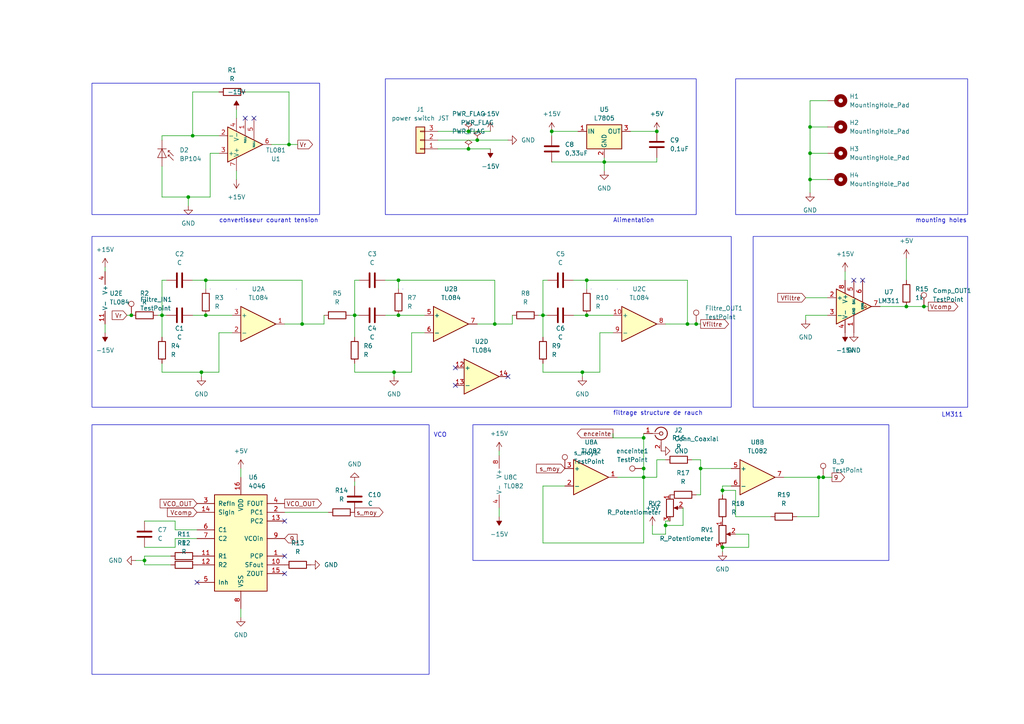
<source format=kicad_sch>
(kicad_sch (version 20230121) (generator eeschema)
  (paper "A4")
  (lib_symbols
    (symbol "4xxx:4046" (pin_names (offset 1.016))
      (property "Reference" "U" (at -7.62 13.97 0))
      (property "Value" "4046" (at -7.62 -16.51 0))
      (symbol "4046_1_0"
        (pin output line (at 12.7 -5.08 180) (length 5.08) (name "PCP") (number "1"))
        (pin output line (at 12.7 -7.62 180) (length 5.08) (name "SFout") (number "10"))
        (pin input line (at -12.7 -5.08 0) (length 5.08) (name "R1") (number "11"))
        (pin input line (at -12.7 -7.62 0) (length 5.08) (name "R2") (number "12"))
        (pin tri_state line (at 12.7 5.08 180) (length 5.08) (name "PC2") (number "13"))
        (pin input line (at -12.7 7.62 0) (length 5.08) (name "SigIn") (number "14"))
        (pin output line (at 12.7 -10.16 180) (length 5.08) (name "ZOUT") (number "15"))
        (pin power_in line (at 0 17.78 270) (length 5.08) (name "VDD") (number "16"))
        (pin output line (at 12.7 7.62 180) (length 5.08) (name "PC1") (number "2"))
        (pin input line (at -12.7 10.16 0) (length 5.08) (name "RefIn") (number "3"))
        (pin output line (at 12.7 10.16 180) (length 5.08) (name "FOUT") (number "4"))
        (pin input line (at -12.7 -12.7 0) (length 5.08) (name "Inh") (number "5"))
        (pin input line (at -12.7 2.54 0) (length 5.08) (name "C1") (number "6"))
        (pin input line (at -12.7 0 0) (length 5.08) (name "C2") (number "7"))
        (pin power_in line (at 0 -20.32 90) (length 5.08) (name "VSS") (number "8"))
        (pin input line (at 12.7 0 180) (length 5.08) (name "VCOin") (number "9"))
      )
      (symbol "4046_1_1"
        (rectangle (start -7.62 12.7) (end 7.62 -15.24) (stroke (width 0.254)) (fill (type background)))
      )
    )
    (symbol "Amplifier_Operational:TL081" (pin_names (offset 0.127))
      (property "Reference" "U" (at 0 6.35 0))
      (property "Value" "TL081" (at 0 3.81 0))
      (symbol "TL081_0_1"
        (polyline (pts (xy -5.08 5.08) (xy 5.08 0) (xy -5.08 -5.08) (xy -5.08 5.08)) (stroke (width 0.254)) (fill (type background)))
      )
      (symbol "TL081_1_1"
        (pin input line (at 0 -7.62 90) (length 5.08) (name "NULL") (number "1"))
        (pin input line (at -7.62 -2.54 0) (length 2.54) (name "-") (number "2"))
        (pin input line (at -7.62 2.54 0) (length 2.54) (name "+") (number "3"))
        (pin power_in line (at -2.54 -7.62 90) (length 3.81) (name "V-") (number "4"))
        (pin input line (at 2.54 -7.62 90) (length 6.35) (name "NULL") (number "5"))
        (pin output line (at 7.62 0 180) (length 2.54) (name "~") (number "6"))
        (pin power_in line (at -2.54 7.62 270) (length 3.81) (name "V+") (number "7"))
        (pin no_connect line (at 0 2.54 270) (length 2.54) hide (name "NC") (number "8"))
      )
    )
    (symbol "Amplifier_Operational:TL082" (pin_names (offset 0.127))
      (property "Reference" "U" (at 0 5.08 0))
      (property "Value" "TL082" (at 0 -5.08 0))
      (symbol "TL082_1_1"
        (polyline (pts (xy -5.08 5.08) (xy 5.08 0) (xy -5.08 -5.08) (xy -5.08 5.08)) (stroke (width 0.254)) (fill (type background)))
        (pin output line (at 7.62 0 180) (length 2.54) (name "~") (number "1"))
        (pin input line (at -7.62 -2.54 0) (length 2.54) (name "-") (number "2"))
        (pin input line (at -7.62 2.54 0) (length 2.54) (name "+") (number "3"))
      )
      (symbol "TL082_2_1"
        (polyline (pts (xy -5.08 5.08) (xy 5.08 0) (xy -5.08 -5.08) (xy -5.08 5.08)) (stroke (width 0.254)) (fill (type background)))
        (pin input line (at -7.62 2.54 0) (length 2.54) (name "+") (number "5"))
        (pin input line (at -7.62 -2.54 0) (length 2.54) (name "-") (number "6"))
        (pin output line (at 7.62 0 180) (length 2.54) (name "~") (number "7"))
      )
      (symbol "TL082_3_1"
        (pin power_in line (at -2.54 -7.62 90) (length 3.81) (name "V-") (number "4"))
        (pin power_in line (at -2.54 7.62 270) (length 3.81) (name "V+") (number "8"))
      )
    )
    (symbol "Amplifier_Operational:TL084" (pin_names (offset 0.127))
      (property "Reference" "U" (at 0 5.08 0))
      (property "Value" "TL084" (at 0 -5.08 0))
      (symbol "TL084_1_1"
        (polyline (pts (xy -5.08 5.08) (xy 5.08 0) (xy -5.08 -5.08) (xy -5.08 5.08)) (stroke (width 0.254)) (fill (type background)))
        (pin output line (at 7.62 0 180) (length 2.54) (name "~") (number "1"))
        (pin input line (at -7.62 -2.54 0) (length 2.54) (name "-") (number "2"))
        (pin input line (at -7.62 2.54 0) (length 2.54) (name "+") (number "3"))
      )
      (symbol "TL084_2_1"
        (polyline (pts (xy -5.08 5.08) (xy 5.08 0) (xy -5.08 -5.08) (xy -5.08 5.08)) (stroke (width 0.254)) (fill (type background)))
        (pin input line (at -7.62 2.54 0) (length 2.54) (name "+") (number "5"))
        (pin input line (at -7.62 -2.54 0) (length 2.54) (name "-") (number "6"))
        (pin output line (at 7.62 0 180) (length 2.54) (name "~") (number "7"))
      )
      (symbol "TL084_3_1"
        (polyline (pts (xy -5.08 5.08) (xy 5.08 0) (xy -5.08 -5.08) (xy -5.08 5.08)) (stroke (width 0.254)) (fill (type background)))
        (pin input line (at -7.62 2.54 0) (length 2.54) (name "+") (number "10"))
        (pin output line (at 7.62 0 180) (length 2.54) (name "~") (number "8"))
        (pin input line (at -7.62 -2.54 0) (length 2.54) (name "-") (number "9"))
      )
      (symbol "TL084_4_1"
        (polyline (pts (xy -5.08 5.08) (xy 5.08 0) (xy -5.08 -5.08) (xy -5.08 5.08)) (stroke (width 0.254)) (fill (type background)))
        (pin input line (at -7.62 2.54 0) (length 2.54) (name "+") (number "12"))
        (pin input line (at -7.62 -2.54 0) (length 2.54) (name "-") (number "13"))
        (pin output line (at 7.62 0 180) (length 2.54) (name "~") (number "14"))
      )
      (symbol "TL084_5_1"
        (pin power_in line (at -2.54 -7.62 90) (length 3.81) (name "V-") (number "11"))
        (pin power_in line (at -2.54 7.62 270) (length 3.81) (name "V+") (number "4"))
      )
    )
    (symbol "Comparator:LM311" (pin_names (offset 0.127))
      (property "Reference" "U" (at 3.81 6.35 0))
      (property "Value" "LM311" (at 3.81 3.81 0))
      (symbol "LM311_0_1"
        (polyline (pts (xy 5.08 0) (xy -5.08 5.08) (xy -5.08 -5.08) (xy 5.08 0)) (stroke (width 0.254)) (fill (type background)))
        (polyline (pts (xy 3.683 -0.381) (xy 3.302 -0.381) (xy 3.683 0) (xy 3.302 0.381) (xy 2.921 0) (xy 3.302 -0.381) (xy 2.921 -0.381)) (stroke (width 0.127)))
      )
      (symbol "LM311_1_1"
        (pin passive line (at 0 -7.62 90) (length 5.08) (name "GND") (number "1"))
        (pin input line (at -7.62 2.54 0) (length 2.54) (name "+") (number "2"))
        (pin input line (at -7.62 -2.54 0) (length 2.54) (name "-") (number "3"))
        (pin power_in line (at -2.54 -7.62 90) (length 3.81) (name "V-") (number "4"))
        (pin input line (at 0 7.62 270) (length 5.08) (name "BAL") (number "5"))
        (pin input line (at 2.54 7.62 270) (length 6.35) (name "STRB") (number "6"))
        (pin open_collector line (at 7.62 0 180) (length 2.54) (name "~") (number "7"))
        (pin power_in line (at -2.54 7.62 270) (length 3.81) (name "V+") (number "8"))
      )
    )
    (symbol "Connector:Conn_Coaxial" (pin_names (offset 1.016) hide)
      (property "Reference" "J" (at 0.254 3.048 0))
      (property "Value" "Conn_Coaxial" (at 2.921 0 90))
      (symbol "Conn_Coaxial_0_1"
        (arc (start -1.778 -0.508) (mid 0.2311 -1.8066) (end 1.778 0) (stroke (width 0.254)))
        (polyline (pts (xy -2.54 0) (xy -0.508 0)))
        (polyline (pts (xy 0 -2.54) (xy 0 -1.778)))
        (circle (center 0 0) (radius 0.508) (stroke (width 0.2032)))
        (arc (start 1.778 0) (mid 0.2099 1.8101) (end -1.778 0.508) (stroke (width 0.254)))
      )
      (symbol "Conn_Coaxial_1_1"
        (pin passive line (at -5.08 0 0) (length 2.54) (name "In") (number "1"))
        (pin passive line (at 0 -5.08 90) (length 2.54) (name "Ext") (number "2"))
      )
    )
    (symbol "Connector:TestPoint" (pin_numbers hide) (pin_names (offset 0.762) hide)
      (property "Reference" "TP" (at 0 6.858 0))
      (property "Value" "TestPoint" (at 0 5.08 0))
      (symbol "TestPoint_0_1"
        (circle (center 0 3.302) (radius 0.762))
      )
      (symbol "TestPoint_1_1"
        (pin passive line (at 0 0 90) (length 2.54) (name "1") (number "1"))
      )
    )
    (symbol "Connector_Generic:Conn_01x03" (pin_names (offset 1.016) hide)
      (property "Reference" "J" (at 0 5.08 0))
      (property "Value" "Conn_01x03" (at 0 -5.08 0))
      (symbol "Conn_01x03_1_1"
        (rectangle (start -1.27 -2.413) (end 0 -2.667) (stroke (width 0.1524)))
        (rectangle (start -1.27 0.127) (end 0 -0.127) (stroke (width 0.1524)))
        (rectangle (start -1.27 2.667) (end 0 2.413) (stroke (width 0.1524)))
        (rectangle (start -1.27 3.81) (end 1.27 -3.81) (stroke (width 0.254)) (fill (type background)))
        (pin passive line (at -5.08 2.54 0) (length 3.81) (name "Pin_1") (number "1"))
        (pin passive line (at -5.08 0 0) (length 3.81) (name "Pin_2") (number "2"))
        (pin passive line (at -5.08 -2.54 0) (length 3.81) (name "Pin_3") (number "3"))
      )
    )
    (symbol "Device:C" (pin_numbers hide) (pin_names (offset 0.254))
      (property "Reference" "C" (at 0.635 2.54 0))
      (property "Value" "C" (at 0.635 -2.54 0))
      (symbol "C_0_1"
        (polyline (pts (xy -2.032 -0.762) (xy 2.032 -0.762)) (stroke (width 0.508)))
        (polyline (pts (xy -2.032 0.762) (xy 2.032 0.762)) (stroke (width 0.508)))
      )
      (symbol "C_1_1"
        (pin passive line (at 0 3.81 270) (length 2.794) (name "~") (number "1"))
        (pin passive line (at 0 -3.81 90) (length 2.794) (name "~") (number "2"))
      )
    )
    (symbol "Device:R" (pin_numbers hide) (pin_names (offset 0))
      (property "Reference" "R" (at 2.032 0 90))
      (property "Value" "R" (at 0 0 90))
      (symbol "R_0_1"
        (rectangle (start -1.016 -2.54) (end 1.016 2.54) (stroke (width 0.254)))
      )
      (symbol "R_1_1"
        (pin passive line (at 0 3.81 270) (length 1.27) (name "~") (number "1"))
        (pin passive line (at 0 -3.81 90) (length 1.27) (name "~") (number "2"))
      )
    )
    (symbol "Device:R_Potentiometer" (pin_names (offset 1.016) hide)
      (property "Reference" "RV" (at -4.445 0 90))
      (property "Value" "R_Potentiometer" (at -2.54 0 90))
      (symbol "R_Potentiometer_0_1"
        (polyline (pts (xy 2.54 0) (xy 1.524 0)))
        (polyline (pts (xy 1.143 0) (xy 2.286 0.508) (xy 2.286 -0.508) (xy 1.143 0)) (fill (type outline)))
        (rectangle (start 1.016 2.54) (end -1.016 -2.54) (stroke (width 0.254)))
      )
      (symbol "R_Potentiometer_1_1"
        (pin passive line (at 0 3.81 270) (length 1.27) (name "1") (number "1"))
        (pin passive line (at 3.81 0 180) (length 1.27) (name "2") (number "2"))
        (pin passive line (at 0 -3.81 90) (length 1.27) (name "3") (number "3"))
      )
    )
    (symbol "Mechanical:MountingHole_Pad" (pin_numbers hide) (pin_names (offset 1.016) hide)
      (property "Reference" "H" (at 0 6.35 0))
      (property "Value" "MountingHole_Pad" (at 0 4.445 0))
      (symbol "MountingHole_Pad_0_1"
        (circle (center 0 1.27) (radius 1.27) (stroke (width 1.27)))
      )
      (symbol "MountingHole_Pad_1_1"
        (pin input line (at 0 -2.54 90) (length 2.54) (name "1") (number "1"))
      )
    )
    (symbol "Regulator_Linear:L7805" (pin_names (offset 0.254))
      (property "Reference" "U" (at -3.81 3.175 0))
      (property "Value" "L7805" (at 0 3.175 0))
      (symbol "L7805_0_1"
        (rectangle (start -5.08 1.905) (end 5.08 -5.08) (stroke (width 0.254)) (fill (type background)))
      )
      (symbol "L7805_1_1"
        (pin power_in line (at -7.62 0 0) (length 2.54) (name "IN") (number "1"))
        (pin power_in line (at 0 -7.62 90) (length 2.54) (name "GND") (number "2"))
        (pin power_out line (at 7.62 0 180) (length 2.54) (name "OUT") (number "3"))
      )
    )
    (symbol "Sensor_Optical:BP104" (pin_numbers hide) (pin_names (offset 1.016) hide)
      (property "Reference" "D" (at 0.508 1.778 0))
      (property "Value" "BP104" (at -1.016 -2.794 0))
      (symbol "BP104_0_1"
        (polyline (pts (xy -2.54 1.27) (xy -2.54 -1.27)) (stroke (width 0.1524)))
        (polyline (pts (xy -2.032 1.778) (xy -1.524 1.778)))
        (polyline (pts (xy 0 -1.27) (xy 0 1.27)))
        (polyline (pts (xy 0 0) (xy -2.54 0)))
        (polyline (pts (xy -0.508 3.302) (xy -2.032 1.778) (xy -2.032 2.286)))
        (polyline (pts (xy 0 1.27) (xy -2.54 0) (xy 0 -1.27)))
        (polyline (pts (xy 0.762 3.302) (xy -0.762 1.778) (xy -0.762 2.286) (xy -0.762 1.778) (xy -0.254 1.778)))
      )
      (symbol "BP104_1_1"
        (pin passive line (at -5.08 0 0) (length 2.54) (name "K") (number "1"))
        (pin passive line (at 2.54 0 180) (length 2.54) (name "A") (number "2"))
      )
    )
    (symbol "power:+15V" (power) (pin_names (offset 0))
      (property "Value" "+15V" (at 0 3.556 0))
      (symbol "+15V_0_1"
        (polyline (pts (xy -0.762 1.27) (xy 0 2.54)))
        (polyline (pts (xy 0 0) (xy 0 2.54)))
        (polyline (pts (xy 0 2.54) (xy 0.762 1.27)))
      )
      (symbol "+15V_1_1"
        (pin power_in line (at 0 0 90) (length 0) hide (name "+15V") (number "1"))
      )
    )
    (symbol "power:+5V" (power) (pin_names (offset 0))
      (property "Value" "+5V" (at 0 3.556 0))
      (symbol "+5V_0_1"
        (polyline (pts (xy -0.762 1.27) (xy 0 2.54)))
        (polyline (pts (xy 0 0) (xy 0 2.54)))
        (polyline (pts (xy 0 2.54) (xy 0.762 1.27)))
      )
      (symbol "+5V_1_1"
        (pin power_in line (at 0 0 90) (length 0) hide (name "+5V") (number "1"))
      )
    )
    (symbol "power:-15V" (power) (pin_names (offset 0))
      (property "Value" "-15V" (at 0 3.81 0))
      (symbol "-15V_0_0"
        (pin power_in line (at 0 0 90) (length 0) hide (name "-15V") (number "1"))
      )
      (symbol "-15V_0_1"
        (polyline (pts (xy 0 0) (xy 0 1.27) (xy 0.762 1.27) (xy 0 2.54) (xy -0.762 1.27) (xy 0 1.27)) (fill (type outline)))
      )
    )
    (symbol "power:GND" (power) (pin_names (offset 0))
      (property "Value" "GND" (at 0 -3.81 0))
      (symbol "GND_0_1"
        (polyline (pts (xy 0 0) (xy 0 -1.27) (xy 1.27 -1.27) (xy 0 -2.54) (xy -1.27 -1.27) (xy 0 -1.27)))
      )
      (symbol "GND_1_1"
        (pin power_in line (at 0 0 270) (length 0) hide (name "GND") (number "1"))
      )
    )
    (symbol "power:PWR_FLAG" (power) (pin_numbers hide) (pin_names (offset 0) hide)
      (property "Value" "PWR_FLAG" (at 0 3.81 0))
      (symbol "PWR_FLAG_0_0"
        (pin power_out line (at 0 0 90) (length 0) (name "pwr") (number "1"))
      )
      (symbol "PWR_FLAG_0_1"
        (polyline (pts (xy 0 0) (xy 0 1.27) (xy -1.016 1.905) (xy 0 2.54) (xy 1.016 1.905) (xy 0 1.27)))
      )
    )
  )
  (junction (at 58.42 107.95))
  (junction (at 38.1 91.44))
  (junction (at 87.63 93.98))
  (junction (at 238.76 138.43))
  (junction (at 135.89 38.1))
  (junction (at 190.5 38.1))
  (junction (at 170.18 81.28))
  (junction (at 237.49 138.43))
  (junction (at 267.97 88.9))
  (junction (at 209.55 142.24))
  (junction (at 186.69 127))
  (junction (at 186.69 138.43))
  (junction (at 262.89 88.9))
  (junction (at 234.95 44.45))
  (junction (at 193.04 152.4))
  (junction (at 41.91 162.56))
  (junction (at 46.99 91.44))
  (junction (at 175.26 46.99))
  (junction (at 115.57 81.28))
  (junction (at 135.89 43.18))
  (junction (at 54.61 57.15))
  (junction (at 157.48 91.44))
  (junction (at 59.69 91.44))
  (junction (at 234.95 52.07))
  (junction (at 234.95 36.83))
  (junction (at 170.18 91.44))
  (junction (at 115.57 91.44))
  (junction (at 186.69 135.89))
  (junction (at 59.69 81.28))
  (junction (at 203.2 135.89))
  (junction (at 143.51 93.98))
  (junction (at 201.93 93.98))
  (junction (at 83.82 41.91))
  (junction (at 102.87 91.44))
  (junction (at 168.91 107.95))
  (junction (at 160.02 38.1))
  (junction (at 209.55 158.75))
  (junction (at 138.43 40.64))
  (junction (at 55.88 39.37))
  (junction (at 114.3 107.95))
  (junction (at 199.39 93.98))
  (no_connect (at 71.12 34.29))
  (no_connect (at 73.66 34.29))
  (no_connect (at 82.55 161.29))
  (no_connect (at 147.32 109.22))
  (no_connect (at 57.15 168.91))
  (no_connect (at 250.19 81.28))
  (no_connect (at 132.08 111.76))
  (no_connect (at 247.65 81.28))
  (no_connect (at 132.08 106.68))
  (no_connect (at 82.55 151.13))
  (no_connect (at 82.55 166.37))
  (wire (pts (xy 46.99 91.44) (xy 46.99 97.79)))
  (wire (pts (xy 157.48 81.28) (xy 157.48 91.44)))
  (wire (pts (xy 190.5 133.35) (xy 193.04 133.35)))
  (wire (pts (xy 143.51 93.98) (xy 148.59 93.98)))
  (wire (pts (xy 160.02 38.1) (xy 160.02 39.37)))
  (wire (pts (xy 173.99 96.52) (xy 173.99 107.95)))
  (wire (pts (xy 193.04 154.94) (xy 193.04 152.4)))
  (wire (pts (xy 233.68 91.44) (xy 233.68 92.71)))
  (wire (pts (xy 30.48 93.98) (xy 30.48 96.52)))
  (wire (pts (xy 217.17 154.94) (xy 217.17 158.75)))
  (wire (pts (xy 160.02 46.99) (xy 175.26 46.99)))
  (wire (pts (xy 78.74 41.91) (xy 83.82 41.91)))
  (wire (pts (xy 157.48 140.97) (xy 157.48 157.48)))
  (wire (pts (xy 234.95 44.45) (xy 234.95 52.07)))
  (wire (pts (xy 58.42 107.95) (xy 58.42 109.22)))
  (wire (pts (xy 201.93 143.51) (xy 203.2 143.51)))
  (wire (pts (xy 193.04 152.4) (xy 193.04 151.13)))
  (wire (pts (xy 102.87 91.44) (xy 104.14 91.44)))
  (wire (pts (xy 59.69 91.44) (xy 67.31 91.44)))
  (wire (pts (xy 58.42 107.95) (xy 46.99 107.95)))
  (wire (pts (xy 234.95 52.07) (xy 234.95 55.88)))
  (wire (pts (xy 83.82 26.67) (xy 83.82 41.91)))
  (wire (pts (xy 189.23 154.94) (xy 189.23 152.4)))
  (wire (pts (xy 127 40.64) (xy 138.43 40.64)))
  (wire (pts (xy 200.66 133.35) (xy 203.2 133.35)))
  (wire (pts (xy 41.91 161.29) (xy 49.53 161.29)))
  (wire (pts (xy 267.97 88.9) (xy 269.24 88.9)))
  (wire (pts (xy 209.55 142.24) (xy 209.55 143.51)))
  (wire (pts (xy 144.78 130.81) (xy 144.78 132.08)))
  (wire (pts (xy 175.26 46.99) (xy 190.5 46.99)))
  (wire (pts (xy 233.68 86.36) (xy 240.03 86.36)))
  (wire (pts (xy 173.99 96.52) (xy 177.8 96.52)))
  (wire (pts (xy 55.88 26.67) (xy 63.5 26.67)))
  (wire (pts (xy 148.59 91.44) (xy 148.59 93.98)))
  (wire (pts (xy 255.27 88.9) (xy 262.89 88.9)))
  (wire (pts (xy 245.11 78.74) (xy 245.11 81.28)))
  (wire (pts (xy 168.91 107.95) (xy 173.99 107.95)))
  (wire (pts (xy 231.14 149.86) (xy 237.49 149.86)))
  (wire (pts (xy 166.37 91.44) (xy 170.18 91.44)))
  (wire (pts (xy 234.95 29.21) (xy 240.03 29.21)))
  (wire (pts (xy 193.04 93.98) (xy 199.39 93.98)))
  (wire (pts (xy 168.91 107.95) (xy 157.48 107.95)))
  (wire (pts (xy 157.48 107.95) (xy 157.48 105.41)))
  (wire (pts (xy 201.93 93.98) (xy 203.2 93.98)))
  (wire (pts (xy 203.2 135.89) (xy 212.09 135.89)))
  (wire (pts (xy 190.5 133.35) (xy 190.5 138.43)))
  (wire (pts (xy 209.55 158.75) (xy 217.17 158.75)))
  (wire (pts (xy 209.55 140.97) (xy 212.09 140.97)))
  (wire (pts (xy 55.88 91.44) (xy 59.69 91.44)))
  (wire (pts (xy 156.21 91.44) (xy 157.48 91.44)))
  (wire (pts (xy 41.91 151.13) (xy 50.8 151.13)))
  (wire (pts (xy 119.38 96.52) (xy 119.38 107.95)))
  (wire (pts (xy 87.63 93.98) (xy 93.98 93.98)))
  (wire (pts (xy 190.5 45.72) (xy 190.5 46.99)))
  (wire (pts (xy 55.88 26.67) (xy 55.88 39.37)))
  (wire (pts (xy 213.36 154.94) (xy 217.17 154.94)))
  (wire (pts (xy 135.89 38.1) (xy 142.24 38.1)))
  (wire (pts (xy 234.95 36.83) (xy 234.95 44.45)))
  (wire (pts (xy 193.04 151.13) (xy 194.31 151.13)))
  (wire (pts (xy 213.36 149.86) (xy 223.52 149.86)))
  (wire (pts (xy 143.51 81.28) (xy 143.51 93.98)))
  (wire (pts (xy 115.57 91.44) (xy 123.19 91.44)))
  (wire (pts (xy 83.82 41.91) (xy 86.36 41.91)))
  (wire (pts (xy 59.69 81.28) (xy 59.69 83.82)))
  (wire (pts (xy 234.95 29.21) (xy 234.95 36.83)))
  (wire (pts (xy 170.18 81.28) (xy 170.18 83.82)))
  (wire (pts (xy 262.89 88.9) (xy 267.97 88.9)))
  (wire (pts (xy 58.42 107.95) (xy 63.5 107.95)))
  (wire (pts (xy 127 43.18) (xy 135.89 43.18)))
  (wire (pts (xy 63.5 96.52) (xy 63.5 107.95)))
  (wire (pts (xy 46.99 39.37) (xy 55.88 39.37)))
  (wire (pts (xy 199.39 81.28) (xy 199.39 93.98)))
  (wire (pts (xy 102.87 81.28) (xy 104.14 81.28)))
  (wire (pts (xy 234.95 36.83) (xy 240.03 36.83)))
  (wire (pts (xy 41.91 162.56) (xy 41.91 163.83)))
  (wire (pts (xy 198.12 147.32) (xy 198.12 152.4)))
  (wire (pts (xy 144.78 147.32) (xy 144.78 149.86)))
  (wire (pts (xy 168.91 107.95) (xy 168.91 109.22)))
  (wire (pts (xy 102.87 107.95) (xy 102.87 105.41)))
  (wire (pts (xy 186.69 125.73) (xy 186.69 127)))
  (wire (pts (xy 157.48 140.97) (xy 163.83 140.97)))
  (wire (pts (xy 46.99 57.15) (xy 54.61 57.15)))
  (wire (pts (xy 186.69 138.43) (xy 190.5 138.43)))
  (wire (pts (xy 41.91 163.83) (xy 49.53 163.83)))
  (wire (pts (xy 166.37 81.28) (xy 170.18 81.28)))
  (wire (pts (xy 227.33 138.43) (xy 237.49 138.43)))
  (wire (pts (xy 111.76 81.28) (xy 115.57 81.28)))
  (wire (pts (xy 55.88 81.28) (xy 59.69 81.28)))
  (wire (pts (xy 46.99 48.26) (xy 46.99 57.15)))
  (wire (pts (xy 157.48 91.44) (xy 158.75 91.44)))
  (wire (pts (xy 82.55 93.98) (xy 87.63 93.98)))
  (wire (pts (xy 175.26 46.99) (xy 175.26 49.53)))
  (wire (pts (xy 238.76 138.43) (xy 241.3 138.43)))
  (wire (pts (xy 119.38 96.52) (xy 123.19 96.52)))
  (wire (pts (xy 54.61 57.15) (xy 60.96 57.15)))
  (wire (pts (xy 50.8 151.13) (xy 50.8 153.67)))
  (wire (pts (xy 50.8 156.21) (xy 50.8 158.75)))
  (wire (pts (xy 41.91 161.29) (xy 41.91 162.56)))
  (wire (pts (xy 182.88 38.1) (xy 190.5 38.1)))
  (wire (pts (xy 127 38.1) (xy 135.89 38.1)))
  (wire (pts (xy 115.57 81.28) (xy 143.51 81.28)))
  (wire (pts (xy 157.48 81.28) (xy 158.75 81.28)))
  (wire (pts (xy 54.61 57.15) (xy 54.61 59.69)))
  (wire (pts (xy 41.91 158.75) (xy 50.8 158.75)))
  (wire (pts (xy 39.37 162.56) (xy 41.91 162.56)))
  (wire (pts (xy 135.89 43.18) (xy 142.24 43.18)))
  (wire (pts (xy 111.76 91.44) (xy 115.57 91.44)))
  (wire (pts (xy 101.6 91.44) (xy 102.87 91.44)))
  (wire (pts (xy 237.49 138.43) (xy 238.76 138.43)))
  (wire (pts (xy 60.96 44.45) (xy 63.5 44.45)))
  (wire (pts (xy 50.8 156.21) (xy 57.15 156.21)))
  (wire (pts (xy 87.63 81.28) (xy 87.63 93.98)))
  (wire (pts (xy 93.98 91.44) (xy 93.98 93.98)))
  (wire (pts (xy 199.39 93.98) (xy 201.93 93.98)))
  (wire (pts (xy 213.36 142.24) (xy 213.36 149.86)))
  (wire (pts (xy 46.99 39.37) (xy 46.99 40.64)))
  (wire (pts (xy 186.69 138.43) (xy 186.69 157.48)))
  (wire (pts (xy 68.58 49.53) (xy 68.58 52.07)))
  (wire (pts (xy 157.48 91.44) (xy 157.48 97.79)))
  (wire (pts (xy 203.2 133.35) (xy 203.2 135.89)))
  (wire (pts (xy 186.69 127) (xy 186.69 135.89)))
  (wire (pts (xy 209.55 160.02) (xy 209.55 158.75)))
  (wire (pts (xy 209.55 140.97) (xy 209.55 142.24)))
  (wire (pts (xy 189.23 154.94) (xy 193.04 154.94)))
  (wire (pts (xy 179.07 138.43) (xy 186.69 138.43)))
  (wire (pts (xy 157.48 157.48) (xy 186.69 157.48)))
  (wire (pts (xy 138.43 93.98) (xy 143.51 93.98)))
  (wire (pts (xy 102.87 91.44) (xy 102.87 97.79)))
  (wire (pts (xy 160.02 38.1) (xy 167.64 38.1)))
  (wire (pts (xy 262.89 74.93) (xy 262.89 81.28)))
  (wire (pts (xy 46.99 81.28) (xy 48.26 81.28)))
  (wire (pts (xy 203.2 135.89) (xy 203.2 143.51)))
  (wire (pts (xy 69.85 176.53) (xy 69.85 179.07)))
  (wire (pts (xy 102.87 139.7) (xy 102.87 140.97)))
  (wire (pts (xy 209.55 142.24) (xy 213.36 142.24)))
  (wire (pts (xy 102.87 81.28) (xy 102.87 91.44)))
  (wire (pts (xy 36.83 91.44) (xy 38.1 91.44)))
  (wire (pts (xy 50.8 153.67) (xy 57.15 153.67)))
  (wire (pts (xy 46.99 81.28) (xy 46.99 91.44)))
  (wire (pts (xy 63.5 96.52) (xy 67.31 96.52)))
  (wire (pts (xy 60.96 44.45) (xy 60.96 57.15)))
  (wire (pts (xy 30.48 77.47) (xy 30.48 78.74)))
  (wire (pts (xy 114.3 107.95) (xy 102.87 107.95)))
  (wire (pts (xy 69.85 135.89) (xy 69.85 138.43)))
  (wire (pts (xy 55.88 39.37) (xy 63.5 39.37)))
  (wire (pts (xy 186.69 135.89) (xy 186.69 138.43)))
  (wire (pts (xy 177.8 127) (xy 186.69 127)))
  (wire (pts (xy 170.18 81.28) (xy 199.39 81.28)))
  (wire (pts (xy 115.57 81.28) (xy 115.57 83.82)))
  (wire (pts (xy 95.25 148.59) (xy 82.55 148.59)))
  (wire (pts (xy 68.58 31.75) (xy 68.58 34.29)))
  (wire (pts (xy 45.72 91.44) (xy 46.99 91.44)))
  (wire (pts (xy 59.69 81.28) (xy 87.63 81.28)))
  (wire (pts (xy 71.12 26.67) (xy 83.82 26.67)))
  (wire (pts (xy 234.95 52.07) (xy 240.03 52.07)))
  (wire (pts (xy 114.3 107.95) (xy 114.3 109.22)))
  (wire (pts (xy 193.04 152.4) (xy 198.12 152.4)))
  (wire (pts (xy 46.99 91.44) (xy 48.26 91.44)))
  (wire (pts (xy 114.3 107.95) (xy 119.38 107.95)))
  (wire (pts (xy 237.49 138.43) (xy 237.49 149.86)))
  (wire (pts (xy 234.95 44.45) (xy 240.03 44.45)))
  (wire (pts (xy 170.18 91.44) (xy 177.8 91.44)))
  (wire (pts (xy 138.43 40.64) (xy 147.32 40.64)))
  (wire (pts (xy 175.26 45.72) (xy 175.26 46.99)))
  (wire (pts (xy 233.68 91.44) (xy 240.03 91.44)))
  (wire (pts (xy 177.8 125.73) (xy 177.8 127)))
  (wire (pts (xy 46.99 107.95) (xy 46.99 105.41)))
  (rectangle (start 111.76 22.86) (end 201.93 62.23))
  (rectangle (start 26.67 68.58) (end 212.09 118.11))
  (rectangle (start 179.07 83.82) (end 179.07 83.82))
  (rectangle (start 137.16 123.19) (end 257.81 162.56))
  (rectangle (start 213.36 22.86) (end 280.67 62.23))
  (rectangle (start 116.84 83.82) (end 116.84 83.82))
  (rectangle (start 68.58 83.82) (end 68.58 83.82))
  (rectangle (start 26.67 123.19) (end 124.46 195.58))
  (rectangle (start 60.96 83.82) (end 60.96 83.82))
  (rectangle (start 218.44 68.58) (end 280.67 118.11))
  (rectangle (start 171.45 83.82) (end 171.45 83.82))
  (rectangle (start 26.67 24.13) (end 92.71 62.23))
  (text "Alimentation" (at 177.8 64.77 0) (effects (font (size 1.27 1.27)) (justify left bottom)))
  (text "convertisseur courant tension\n" (at 63.5 64.77 0) (effects (font (size 1.27 1.27)) (justify left bottom)))
  (text "VCO" (at 125.73 127 0) (effects (font (size 1.27 1.27)) (justify left bottom)))
  (text "filtrage structure de rauch" (at 177.8 120.65 0) (effects (font (size 1.27 1.27)) (justify left bottom)))
  (text "mounting holes" (at 265.43 64.77 0) (effects (font (size 1.27 1.27)) (justify left bottom)))
  (text "LM311\n\n" (at 273.05 123.19 0) (effects (font (size 1.27 1.27)) (justify left bottom)))
  (global_label "Vr" (shape input) (at 36.83 91.44 180) (property "Intersheetrefs" "${INTERSHEET_REFS}" (effects hide)))
  (global_label "Vfiltre" (shape output) (at 203.2 93.98 0) (property "Intersheetrefs" "${INTERSHEET_REFS}" (effects hide)))
  (global_label "s_moy" (shape input) (at 163.83 135.89 180) (property "Intersheetrefs" "${INTERSHEET_REFS}" (effects hide)))
  (global_label "Vcomp" (shape output) (at 269.24 88.9 0) (property "Intersheetrefs" "${INTERSHEET_REFS}" (effects hide)))
  (global_label "Vfiltre" (shape input) (at 233.68 86.36 180) (property "Intersheetrefs" "${INTERSHEET_REFS}" (effects hide)))
  (global_label "9" (shape output) (at 241.3 138.43 0) (property "Intersheetrefs" "${INTERSHEET_REFS}" (effects hide)))
  (global_label "VCO_OUT" (shape input) (at 57.15 146.05 180) (property "Intersheetrefs" "${INTERSHEET_REFS}" (effects hide)))
  (global_label "Vr" (shape output) (at 86.36 41.91 0) (property "Intersheetrefs" "${INTERSHEET_REFS}" (effects hide)))
  (global_label "VCO_OUT" (shape output) (at 82.55 146.05 0) (property "Intersheetrefs" "${INTERSHEET_REFS}" (effects hide)))
  (global_label "Vcomp" (shape input) (at 57.15 148.59 180) (property "Intersheetrefs" "${INTERSHEET_REFS}" (effects hide)))
  (global_label "enceinte" (shape output) (at 177.8 125.73 180) (property "Intersheetrefs" "${INTERSHEET_REFS}" (effects hide)))
  (global_label "s_moy" (shape output) (at 102.87 148.59 0) (property "Intersheetrefs" "${INTERSHEET_REFS}" (effects hide)))
  (global_label "9" (shape input) (at 82.55 156.21 0) (property "Intersheetrefs" "${INTERSHEET_REFS}" (effects hide)))
  (symbol (lib_id "power:PWR_FLAG") (at 138.43 40.64 0) (unit 1)
    (property "Reference" "#FLG02" (effects hide))
    (property "Value" "PWR_FLAG" (at 138.43 35.56 0))
  )
  (symbol (lib_id "Connector:TestPoint") (at 38.1 91.44 0) (unit 1)
    (property "Reference" "Filtre_IN1" (at 40.64 86.868 0) (effects (justify left)))
    (property "Value" "TestPoint" (at 40.64 89.408 0) (effects (justify left)))
    (property "Footprint" "TestPoint:TestPoint_Plated_Hole_D2.0mm" (effects hide))
  )
  (symbol (lib_id "Regulator_Linear:L7805") (at 175.26 38.1 0) (unit 1)
    (property "Reference" "U5" (at 175.26 31.75 0))
    (property "Value" "L7805" (at 175.26 34.29 0))
    (property "Footprint" "Package_TO_SOT_THT:TO-220-3_Vertical" (effects hide))
    (property "Datasheet" "http://www.st.com/content/ccc/resource/technical/document/datasheet/41/4f/b3/b0/12/d4/47/88/CD00000444.pdf/files/CD00000444.pdf/jcr:content/translations/en.CD00000444.pdf" (effects hide))
  )
  (symbol (lib_id "power:GND") (at 54.61 59.69 0) (unit 1)
    (property "Reference" "#PWR01" (effects hide))
    (property "Value" "GND" (at 54.61 64.77 0))
  )
  (symbol (lib_id "4xxx:4046") (at 69.85 156.21 0) (unit 1)
    (property "Reference" "U6" (at 72.0441 138.43 0) (effects (justify left)))
    (property "Value" "4046" (at 72.0441 140.97 0) (effects (justify left)))
    (property "Footprint" "Package_DIP:DIP-16_W7.62mm_LongPads" (effects hide))
    (property "Datasheet" "https://assets.nexperia.com/documents/data-sheet/HEF4046B.pdf" (effects hide))
  )
  (symbol (lib_id "Device:C") (at 107.95 81.28 90) (unit 1)
    (property "Reference" "C3" (at 107.95 73.66 90))
    (property "Value" "C" (at 107.95 76.2 90))
    (property "Footprint" "Capacitor_SMD:C_0603_1608Metric_Pad1.08x0.95mm_HandSolder" (effects hide))
  )
  (symbol (lib_id "power:-15V") (at 30.48 96.52 180) (unit 1)
    (property "Reference" "#PWR018" (effects hide))
    (property "Value" "-15V" (at 30.48 101.6 0))
  )
  (symbol (lib_id "Device:C") (at 160.02 43.18 0) (unit 1)
    (property "Reference" "C8" (at 163.83 41.91 0) (effects (justify left)))
    (property "Value" "0,33uF" (at 163.83 44.45 0) (effects (justify left)))
    (property "Footprint" "Capacitor_SMD:C_0603_1608Metric_Pad1.08x0.95mm_HandSolder" (effects hide))
  )
  (symbol (lib_id "Amplifier_Operational:TL082") (at 171.45 138.43 0) (unit 1)
    (property "Reference" "U8" (at 171.45 128.27 0))
    (property "Value" "TL082" (at 171.45 130.81 0))
    (property "Footprint" "Package_SO:SOIC-8-1EP_3.9x4.9mm_P1.27mm_EP2.29x3mm" (effects hide))
    (property "Datasheet" "http://www.ti.com/lit/ds/symlink/tl081.pdf" (effects hide))
  )
  (symbol (lib_id "power:GND") (at 69.85 179.07 0) (unit 1)
    (property "Reference" "#PWR013" (effects hide))
    (property "Value" "GND" (at 69.85 184.15 0))
  )
  (symbol (lib_id "power:+15V") (at 144.78 130.81 0) (unit 1)
    (property "Reference" "#PWR026" (effects hide))
    (property "Value" "+15V" (at 144.78 125.73 0))
  )
  (symbol (lib_id "Amplifier_Operational:TL084") (at 33.02 86.36 0) (unit 5)
    (property "Reference" "U2" (at 31.75 85.09 0) (effects (justify left)))
    (property "Value" "TL084" (at 31.75 87.63 0) (effects (justify left)))
    (property "Footprint" "Package_SO:SOIC-14_3.9x8.7mm_P1.27mm" (effects hide))
    (property "Datasheet" "http://www.ti.com/lit/ds/symlink/tl081.pdf" (effects hide))
  )
  (symbol (lib_id "power:GND") (at 90.17 163.83 90) (unit 1)
    (property "Reference" "#PWR06" (effects hide))
    (property "Value" "GND" (at 93.98 163.83 90) (effects (justify right)))
  )
  (symbol (lib_id "Connector:TestPoint") (at 186.69 135.89 90) (unit 1)
    (property "Reference" "enceinte1" (at 183.388 130.81 90))
    (property "Value" "TestPoint" (at 183.388 133.35 90))
    (property "Footprint" "TestPoint:TestPoint_Plated_Hole_D2.0mm" (effects hide))
  )
  (symbol (lib_id "Device:R") (at 46.99 101.6 0) (unit 1)
    (property "Reference" "R4" (at 49.53 100.33 0) (effects (justify left)))
    (property "Value" "R" (at 49.53 102.87 0) (effects (justify left)))
    (property "Footprint" "Resistor_SMD:R_0603_1608Metric_Pad0.98x0.95mm_HandSolder" (effects hide))
  )
  (symbol (lib_id "power:GND") (at 191.77 130.81 90) (unit 1)
    (property "Reference" "#PWR030" (effects hide))
    (property "Value" "GND" (at 195.58 130.81 90) (effects (justify right)))
  )
  (symbol (lib_id "Device:R") (at 67.31 26.67 90) (unit 1)
    (property "Reference" "R1" (at 67.31 20.32 90))
    (property "Value" "R" (at 67.31 22.86 90))
    (property "Footprint" "Resistor_SMD:R_0603_1608Metric_Pad0.98x0.95mm_HandSolder" (effects hide))
  )
  (symbol (lib_id "Amplifier_Operational:TL082") (at 147.32 139.7 0) (unit 3)
    (property "Reference" "U8" (at 146.05 138.43 0) (effects (justify left)))
    (property "Value" "TL082" (at 146.05 140.97 0) (effects (justify left)))
    (property "Footprint" "Package_SO:SOIC-8-1EP_3.9x4.9mm_P1.27mm_EP2.29x3mm" (effects hide))
    (property "Datasheet" "http://www.ti.com/lit/ds/symlink/tl081.pdf" (effects hide))
  )
  (symbol (lib_id "power:GND") (at 234.95 55.88 0) (unit 1)
    (property "Reference" "#PWR029" (effects hide))
    (property "Value" "GND" (at 234.95 60.96 0))
  )
  (symbol (lib_id "Amplifier_Operational:TL081") (at 71.12 41.91 0) (mirror x) (unit 1)
    (property "Reference" "U1" (at 80.01 46.1009 0))
    (property "Value" "TL081" (at 80.01 43.5609 0))
    (property "Footprint" "Package_SO:SOIC-8-1EP_3.9x4.9mm_P1.27mm_EP2.29x3mm" (effects hide))
    (property "Datasheet" "http://www.ti.com/lit/ds/symlink/tl081.pdf" (effects hide))
  )
  (symbol (lib_id "power:GND") (at 209.55 160.02 0) (unit 1)
    (property "Reference" "#PWR025" (effects hide))
    (property "Value" "GND" (at 209.55 165.1 0))
  )
  (symbol (lib_id "Connector:TestPoint") (at 163.83 135.89 0) (unit 1)
    (property "Reference" "s_moy1" (at 166.37 131.318 0) (effects (justify left)))
    (property "Value" "TestPoint" (at 166.37 133.858 0) (effects (justify left)))
    (property "Footprint" "TestPoint:TestPoint_Plated_Hole_D2.0mm" (effects hide))
  )
  (symbol (lib_id "power:-15V") (at 245.11 96.52 180) (unit 1)
    (property "Reference" "#PWR022" (effects hide))
    (property "Value" "-15V" (at 245.11 101.6 0))
  )
  (symbol (lib_id "Device:R") (at 59.69 87.63 0) (unit 1)
    (property "Reference" "R3" (at 62.23 86.36 0) (effects (justify left)))
    (property "Value" "R" (at 62.23 88.9 0) (effects (justify left)))
    (property "Footprint" "Resistor_SMD:R_0603_1608Metric_Pad0.98x0.95mm_HandSolder" (effects hide))
  )
  (symbol (lib_id "power:PWR_FLAG") (at 135.89 43.18 0) (unit 1)
    (property "Reference" "#FLG03" (effects hide))
    (property "Value" "PWR_FLAG" (at 135.89 38.1 0))
  )
  (symbol (lib_id "Device:R") (at 115.57 87.63 0) (unit 1)
    (property "Reference" "R7" (at 118.11 86.36 0) (effects (justify left)))
    (property "Value" "R" (at 118.11 88.9 0) (effects (justify left)))
    (property "Footprint" "Resistor_SMD:R_0603_1608Metric_Pad0.98x0.95mm_HandSolder" (effects hide))
  )
  (symbol (lib_id "Device:R_Potentiometer") (at 194.31 147.32 0) (unit 1)
    (property "Reference" "RV2" (at 191.77 146.05 0) (effects (justify right)))
    (property "Value" "R_Potentiometer" (at 191.77 148.59 0) (effects (justify right)))
    (property "Footprint" "Potentiometer_SMD:Potentiometer_Vishay_TS53YJ_Vertical" (effects hide))
  )
  (symbol (lib_id "power:GND") (at 102.87 139.7 180) (unit 1)
    (property "Reference" "#PWR019" (effects hide))
    (property "Value" "GND" (at 102.87 134.62 0))
  )
  (symbol (lib_id "Device:R") (at 157.48 101.6 0) (unit 1)
    (property "Reference" "R9" (at 160.02 100.33 0) (effects (justify left)))
    (property "Value" "R" (at 160.02 102.87 0) (effects (justify left)))
    (property "Footprint" "Resistor_SMD:R_0603_1608Metric_Pad0.98x0.95mm_HandSolder" (effects hide))
  )
  (symbol (lib_id "Amplifier_Operational:TL084") (at 139.7 109.22 0) (unit 4)
    (property "Reference" "U2" (at 139.7 99.06 0))
    (property "Value" "TL084" (at 139.7 101.6 0))
    (property "Footprint" "Package_SO:SOIC-14_3.9x8.7mm_P1.27mm" (effects hide))
    (property "Datasheet" "http://www.ti.com/lit/ds/symlink/tl081.pdf" (effects hide))
  )
  (symbol (lib_id "Device:C") (at 52.07 81.28 90) (unit 1)
    (property "Reference" "C2" (at 52.07 73.66 90))
    (property "Value" "C" (at 52.07 76.2 90))
    (property "Footprint" "Capacitor_SMD:C_0603_1608Metric_Pad1.08x0.95mm_HandSolder" (effects hide))
  )
  (symbol (lib_id "Connector:TestPoint") (at 238.76 138.43 0) (unit 1)
    (property "Reference" "B_9" (at 241.3 133.858 0) (effects (justify left)))
    (property "Value" "TestPoint" (at 241.3 136.398 0) (effects (justify left)))
    (property "Footprint" "TestPoint:TestPoint_Plated_Hole_D2.0mm" (effects hide))
  )
  (symbol (lib_id "power:GND") (at 233.68 92.71 0) (unit 1)
    (property "Reference" "#PWR09" (effects hide))
    (property "Value" "GND" (at 233.68 97.79 0))
  )
  (symbol (lib_id "Device:R") (at 196.85 133.35 90) (unit 1)
    (property "Reference" "R16" (at 196.85 127 90))
    (property "Value" "R" (at 196.85 129.54 90))
    (property "Footprint" "Resistor_SMD:R_0603_1608Metric_Pad0.98x0.95mm_HandSolder" (effects hide))
  )
  (symbol (lib_id "Device:R") (at 99.06 148.59 90) (unit 1)
    (property "Reference" "R14" (at 99.06 142.24 90))
    (property "Value" "R" (at 99.06 144.78 90))
    (property "Footprint" "Resistor_SMD:R_0603_1608Metric_Pad0.98x0.95mm_HandSolder" (effects hide))
  )
  (symbol (lib_id "power:PWR_FLAG") (at 135.89 38.1 0) (unit 1)
    (property "Reference" "#FLG01" (effects hide))
    (property "Value" "PWR_FLAG" (at 135.89 33.02 0))
  )
  (symbol (lib_id "Device:R") (at 170.18 87.63 0) (unit 1)
    (property "Reference" "R10" (at 172.72 86.36 0) (effects (justify left)))
    (property "Value" "R" (at 172.72 88.9 0) (effects (justify left)))
    (property "Footprint" "Resistor_SMD:R_0603_1608Metric_Pad0.98x0.95mm_HandSolder" (effects hide))
  )
  (symbol (lib_id "power:GND") (at 39.37 162.56 270) (unit 1)
    (property "Reference" "#PWR05" (effects hide))
    (property "Value" "GND" (at 35.56 162.56 90) (effects (justify right)))
  )
  (symbol (lib_id "power:+5V") (at 189.23 152.4 0) (unit 1)
    (property "Reference" "#PWR028" (effects hide))
    (property "Value" "+5V" (at 189.23 147.32 0))
  )
  (symbol (lib_id "power:GND") (at 175.26 49.53 0) (unit 1)
    (property "Reference" "#PWR012" (effects hide))
    (property "Value" "GND" (at 175.26 54.61 0))
  )
  (symbol (lib_id "power:GND") (at 247.65 96.52 0) (unit 1)
    (property "Reference" "#PWR024" (effects hide))
    (property "Value" "GND" (at 247.65 101.6 0))
  )
  (symbol (lib_id "Device:R") (at 41.91 91.44 270) (unit 1)
    (property "Reference" "R2" (at 41.91 85.09 90))
    (property "Value" "R" (at 41.91 87.63 90))
    (property "Footprint" "Resistor_SMD:R_0603_1608Metric_Pad0.98x0.95mm_HandSolder" (effects hide))
  )
  (symbol (lib_id "Device:C") (at 190.5 41.91 0) (unit 1)
    (property "Reference" "C9" (at 194.31 40.64 0) (effects (justify left)))
    (property "Value" "0,1uF" (at 194.31 43.18 0) (effects (justify left)))
    (property "Footprint" "Capacitor_SMD:C_0603_1608Metric_Pad1.08x0.95mm_HandSolder" (effects hide))
  )
  (symbol (lib_id "Device:C") (at 107.95 91.44 90) (unit 1)
    (property "Reference" "C4" (at 107.95 95.25 90))
    (property "Value" "C" (at 107.95 97.79 90))
    (property "Footprint" "Capacitor_SMD:C_0603_1608Metric_Pad1.08x0.95mm_HandSolder" (effects hide))
  )
  (symbol (lib_id "Sensor_Optical:BP104") (at 46.99 45.72 270) (unit 1)
    (property "Reference" "D2" (at 52.07 43.5229 90) (effects (justify left)))
    (property "Value" "BP104" (at 52.07 46.0629 90) (effects (justify left)))
    (property "Footprint" "OptoDevice:Osram_DIL2_4.3x4.65mm_P5.08mm" (effects hide))
    (property "Datasheet" "http://www.vishay.com/docs/81500/81500.pdf" (effects hide))
  )
  (symbol (lib_id "Device:R_Potentiometer") (at 209.55 154.94 0) (unit 1)
    (property "Reference" "RV1" (at 207.01 153.67 0) (effects (justify right)))
    (property "Value" "R_Potentiometer" (at 207.01 156.21 0) (effects (justify right)))
    (property "Footprint" "Potentiometer_SMD:Potentiometer_Vishay_TS53YJ_Vertical" (effects hide))
  )
  (symbol (lib_id "Device:R") (at 152.4 91.44 270) (unit 1)
    (property "Reference" "R8" (at 152.4 85.09 90))
    (property "Value" "R" (at 152.4 87.63 90))
    (property "Footprint" "Resistor_SMD:R_0603_1608Metric_Pad0.98x0.95mm_HandSolder" (effects hide))
  )
  (symbol (lib_id "power:+15V") (at 160.02 38.1 0) (unit 1)
    (property "Reference" "#PWR011" (effects hide))
    (property "Value" "+15V" (at 160.02 33.02 0))
  )
  (symbol (lib_id "power:+15V") (at 68.58 52.07 180) (unit 1)
    (property "Reference" "#PWR015" (effects hide))
    (property "Value" "+15V" (at 68.58 57.15 0))
  )
  (symbol (lib_id "power:-15V") (at 142.24 43.18 180) (unit 1)
    (property "Reference" "#PWR08" (effects hide))
    (property "Value" "-15V" (at 142.24 48.26 0))
  )
  (symbol (lib_id "Amplifier_Operational:TL082") (at 219.71 138.43 0) (unit 2)
    (property "Reference" "U8" (at 219.71 128.27 0))
    (property "Value" "TL082" (at 219.71 130.81 0))
    (property "Footprint" "Package_SO:SOIC-8-1EP_3.9x4.9mm_P1.27mm_EP2.29x3mm" (effects hide))
    (property "Datasheet" "http://www.ti.com/lit/ds/symlink/tl081.pdf" (effects hide))
  )
  (symbol (lib_id "Device:C") (at 162.56 81.28 90) (unit 1)
    (property "Reference" "C5" (at 162.56 73.66 90))
    (property "Value" "C" (at 162.56 76.2 90))
    (property "Footprint" "Capacitor_SMD:C_0603_1608Metric_Pad1.08x0.95mm_HandSolder" (effects hide))
  )
  (symbol (lib_id "Amplifier_Operational:TL084") (at 130.81 93.98 0) (unit 2)
    (property "Reference" "U2" (at 130.81 83.82 0))
    (property "Value" "TL084" (at 130.81 86.36 0))
    (property "Footprint" "Package_SO:SOIC-14_3.9x8.7mm_P1.27mm" (effects hide))
    (property "Datasheet" "http://www.ti.com/lit/ds/symlink/tl081.pdf" (effects hide))
  )
  (symbol (lib_id "Device:C") (at 52.07 91.44 90) (unit 1)
    (property "Reference" "C1" (at 52.07 95.25 90))
    (property "Value" "C" (at 52.07 97.79 90))
    (property "Footprint" "Capacitor_SMD:C_0603_1608Metric_Pad1.08x0.95mm_HandSolder" (effects hide))
  )
  (symbol (lib_id "Device:R") (at 102.87 101.6 0) (unit 1)
    (property "Reference" "R6" (at 105.41 100.33 0) (effects (justify left)))
    (property "Value" "R" (at 105.41 102.87 0) (effects (justify left)))
    (property "Footprint" "Resistor_SMD:R_0603_1608Metric_Pad0.98x0.95mm_HandSolder" (effects hide))
  )
  (symbol (lib_id "Comparator:LM311") (at 247.65 88.9 0) (unit 1)
    (property "Reference" "U7" (at 257.81 84.7091 0))
    (property "Value" "LM311" (at 257.81 87.2491 0))
    (property "Footprint" "Package_SO:SOIC-8-1EP_3.9x4.9mm_P1.27mm_EP2.29x3mm" (effects hide))
    (property "Datasheet" "https://www.st.com/resource/en/datasheet/lm311.pdf" (effects hide))
  )
  (symbol (lib_id "power:-15V") (at 68.58 31.75 0) (unit 1)
    (property "Reference" "#PWR016" (effects hide))
    (property "Value" "-15V" (at 68.58 26.67 0))
  )
  (symbol (lib_id "Device:R") (at 198.12 143.51 90) (unit 1)
    (property "Reference" "R17" (at 198.12 137.16 90))
    (property "Value" "R" (at 198.12 139.7 90))
    (property "Footprint" "Resistor_SMD:R_0603_1608Metric_Pad0.98x0.95mm_HandSolder" (effects hide))
  )
  (symbol (lib_id "Device:R") (at 209.55 147.32 0) (unit 1)
    (property "Reference" "R18" (at 212.09 146.05 0) (effects (justify left)))
    (property "Value" "R" (at 212.09 148.59 0) (effects (justify left)))
    (property "Footprint" "Resistor_SMD:R_0603_1608Metric_Pad0.98x0.95mm_HandSolder" (effects hide))
  )
  (symbol (lib_id "Device:R") (at 227.33 149.86 90) (unit 1)
    (property "Reference" "R19" (at 227.33 143.51 90))
    (property "Value" "R" (at 227.33 146.05 90))
    (property "Footprint" "Resistor_SMD:R_0603_1608Metric_Pad0.98x0.95mm_HandSolder" (effects hide))
  )
  (symbol (lib_id "power:GND") (at 58.42 109.22 0) (unit 1)
    (property "Reference" "#PWR02" (effects hide))
    (property "Value" "GND" (at 58.42 114.3 0))
  )
  (symbol (lib_id "Device:C") (at 102.87 144.78 0) (unit 1)
    (property "Reference" "C10" (at 106.68 143.51 0) (effects (justify left)))
    (property "Value" "C" (at 106.68 146.05 0) (effects (justify left)))
    (property "Footprint" "Capacitor_SMD:C_0603_1608Metric_Pad1.08x0.95mm_HandSolder" (effects hide))
  )
  (symbol (lib_id "Device:R") (at 97.79 91.44 270) (unit 1)
    (property "Reference" "R5" (at 97.79 85.09 90))
    (property "Value" "R" (at 97.79 87.63 90))
    (property "Footprint" "Resistor_SMD:R_0603_1608Metric_Pad0.98x0.95mm_HandSolder" (effects hide))
  )
  (symbol (lib_id "Mechanical:MountingHole_Pad") (at 242.57 36.83 270) (unit 1)
    (property "Reference" "H2" (at 246.38 35.56 90) (effects (justify left)))
    (property "Value" "MountingHole_Pad" (at 246.38 38.1 90) (effects (justify left)))
    (property "Footprint" "MountingHole:MountingHole_3.2mm_M3_DIN965_Pad" (effects hide))
  )
  (symbol (lib_id "Device:R") (at 262.89 85.09 0) (unit 1)
    (property "Reference" "R15" (at 265.43 83.82 0) (effects (justify left)))
    (property "Value" "1k" (at 265.43 86.36 0) (effects (justify left)))
    (property "Footprint" "Resistor_SMD:R_0603_1608Metric_Pad0.98x0.95mm_HandSolder" (effects hide))
  )
  (symbol (lib_id "Connector:Conn_Coaxial") (at 191.77 125.73 0) (unit 1)
    (property "Reference" "J2" (at 195.58 124.7532 0) (effects (justify left)))
    (property "Value" "Conn_Coaxial" (at 195.58 127.2932 0) (effects (justify left)))
    (property "Footprint" "Connector_Coaxial:BNC_Amphenol_031-5539_Vertical" (effects hide))
    (property "Datasheet" " ~" (effects hide))
  )
  (symbol (lib_id "power:GND") (at 168.91 109.22 0) (unit 1)
    (property "Reference" "#PWR04" (effects hide))
    (property "Value" "GND" (at 168.91 114.3 0))
  )
  (symbol (lib_id "Device:R") (at 86.36 163.83 90) (unit 1)
    (property "Reference" "R13" (at 86.36 157.48 90))
    (property "Value" "R" (at 86.36 160.02 90))
    (property "Footprint" "Resistor_SMD:R_0603_1608Metric_Pad0.98x0.95mm_HandSolder" (effects hide))
  )
  (symbol (lib_id "Device:R") (at 53.34 163.83 270) (unit 1)
    (property "Reference" "R12" (at 53.34 157.48 90))
    (property "Value" "R" (at 53.34 160.02 90))
    (property "Footprint" "Resistor_SMD:R_0603_1608Metric_Pad0.98x0.95mm_HandSolder" (effects hide))
  )
  (symbol (lib_id "Connector:TestPoint") (at 201.93 93.98 0) (unit 1)
    (property "Reference" "Filtre_OUT1" (at 204.47 89.408 0) (effects (justify left)))
    (property "Value" "TestPoint" (at 204.47 91.948 0) (effects (justify left)))
    (property "Footprint" "TestPoint:TestPoint_Plated_Hole_D2.0mm" (effects hide))
  )
  (symbol (lib_id "Mechanical:MountingHole_Pad") (at 242.57 52.07 270) (unit 1)
    (property "Reference" "H4" (at 246.38 50.8 90) (effects (justify left)))
    (property "Value" "MountingHole_Pad" (at 246.38 53.34 90) (effects (justify left)))
    (property "Footprint" "MountingHole:MountingHole_3.2mm_M3_DIN965_Pad" (effects hide))
  )
  (symbol (lib_id "Amplifier_Operational:TL084") (at 185.42 93.98 0) (unit 3)
    (property "Reference" "U2" (at 185.42 83.82 0))
    (property "Value" "TL084" (at 185.42 86.36 0))
    (property "Footprint" "Package_SO:SOIC-14_3.9x8.7mm_P1.27mm" (effects hide))
    (property "Datasheet" "http://www.ti.com/lit/ds/symlink/tl081.pdf" (effects hide))
  )
  (symbol (lib_id "power:+5V") (at 262.89 74.93 0) (unit 1)
    (property "Reference" "#PWR021" (effects hide))
    (property "Value" "+5V" (at 262.89 69.85 0))
  )
  (symbol (lib_id "Mechanical:MountingHole_Pad") (at 242.57 44.45 270) (unit 1)
    (property "Reference" "H3" (at 246.38 43.18 90) (effects (justify left)))
    (property "Value" "MountingHole_Pad" (at 246.38 45.72 90) (effects (justify left)))
    (property "Footprint" "MountingHole:MountingHole_3.2mm_M3_DIN965_Pad" (effects hide))
  )
  (symbol (lib_id "power:+15V") (at 142.24 38.1 0) (unit 1)
    (property "Reference" "#PWR07" (effects hide))
    (property "Value" "+15V" (at 142.24 33.02 0))
  )
  (symbol (lib_id "Device:C") (at 41.91 154.94 0) (unit 1)
    (property "Reference" "C7" (at 45.72 153.67 0) (effects (justify left)))
    (property "Value" "C" (at 45.72 156.21 0) (effects (justify left)))
    (property "Footprint" "Capacitor_SMD:C_0603_1608Metric_Pad1.08x0.95mm_HandSolder" (effects hide))
  )
  (symbol (lib_id "Connector:TestPoint") (at 267.97 88.9 0) (unit 1)
    (property "Reference" "Comp_OUT1" (at 270.51 84.328 0) (effects (justify left)))
    (property "Value" "TestPoint" (at 270.51 86.868 0) (effects (justify left)))
    (property "Footprint" "TestPoint:TestPoint_Plated_Hole_D2.0mm" (effects hide))
  )
  (symbol (lib_id "power:+5V") (at 190.5 38.1 0) (unit 1)
    (property "Reference" "#PWR014" (effects hide))
    (property "Value" "+5V" (at 190.5 33.02 0))
  )
  (symbol (lib_id "Device:R") (at 53.34 161.29 270) (unit 1)
    (property "Reference" "R11" (at 53.34 154.94 90))
    (property "Value" "R" (at 53.34 157.48 90))
    (property "Footprint" "Resistor_SMD:R_0603_1608Metric_Pad0.98x0.95mm_HandSolder" (effects hide))
  )
  (symbol (lib_id "power:-15V") (at 144.78 149.86 180) (unit 1)
    (property "Reference" "#PWR027" (effects hide))
    (property "Value" "-15V" (at 144.78 154.94 0))
  )
  (symbol (lib_id "Mechanical:MountingHole_Pad") (at 242.57 29.21 270) (unit 1)
    (property "Reference" "H1" (at 246.38 27.94 90) (effects (justify left)))
    (property "Value" "MountingHole_Pad" (at 246.38 30.48 90) (effects (justify left)))
    (property "Footprint" "MountingHole:MountingHole_3.2mm_M3_DIN965_Pad" (effects hide))
  )
  (symbol (lib_id "power:+15V") (at 245.11 78.74 0) (unit 1)
    (property "Reference" "#PWR023" (effects hide))
    (property "Value" "+15V" (at 245.11 73.66 0))
  )
  (symbol (lib_id "power:+15V") (at 30.48 77.47 0) (unit 1)
    (property "Reference" "#PWR017" (effects hide))
    (property "Value" "+15V" (at 30.48 72.39 0))
  )
  (symbol (lib_id "power:GND") (at 114.3 109.22 0) (unit 1)
    (property "Reference" "#PWR03" (effects hide))
    (property "Value" "GND" (at 114.3 114.3 0))
  )
  (symbol (lib_id "Connector_Generic:Conn_01x03") (at 121.92 40.64 180) (unit 1)
    (property "Reference" "J1" (at 121.92 31.75 0))
    (property "Value" "power switch JST" (at 121.92 34.29 0))
    (property "Footprint" "Connector_JST:JST_XH_S3B-XH-A_1x03_P2.50mm_Horizontal" (effects hide))
  )
  (symbol (lib_id "Device:C") (at 162.56 91.44 90) (unit 1)
    (property "Reference" "C6" (at 162.56 95.25 90))
    (property "Value" "C" (at 162.56 97.79 90))
    (property "Footprint" "Capacitor_SMD:C_0603_1608Metric_Pad1.08x0.95mm_HandSolder" (effects hide))
  )
  (symbol (lib_id "power:GND") (at 147.32 40.64 90) (unit 1)
    (property "Reference" "#PWR010" (effects hide))
    (property "Value" "GND" (at 151.13 40.64 90) (effects (justify right)))
  )
  (symbol (lib_id "power:+5V") (at 69.85 135.89 0) (unit 1)
    (property "Reference" "#PWR020" (effects hide))
    (property "Value" "+5V" (at 69.85 130.81 0))
  )
  (symbol (lib_id "Amplifier_Operational:TL084") (at 74.93 93.98 0) (unit 1)
    (property "Reference" "U2" (at 74.93 83.82 0))
    (property "Value" "TL084" (at 74.93 86.36 0))
    (property "Footprint" "Package_SO:SOIC-14_3.9x8.7mm_P1.27mm" (effects hide))
    (property "Datasheet" "http://www.ti.com/lit/ds/symlink/tl081.pdf" (effects hide))
  )
)
</source>
